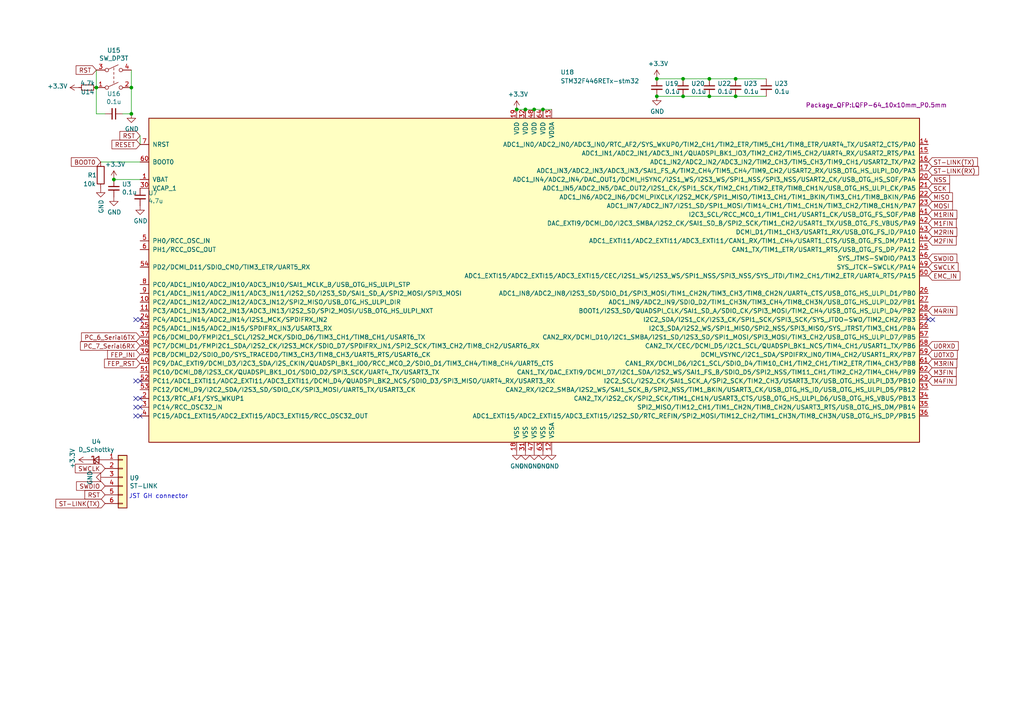
<source format=kicad_sch>
(kicad_sch (version 20230121) (generator eeschema)
  (paper "A4")
  (lib_symbols
    (symbol "Connector_Generic:Conn_01x06" (pin_names (offset 1.016) hide)
      (property "Reference" "J" (at 0 7.62 0))
      (property "Value" "Conn_01x06" (at 0 -10.16 0))
      (symbol "Conn_01x06_1_1"
        (rectangle (start -1.27 -7.493) (end 0 -7.747) (stroke (width 0.1524)))
        (rectangle (start -1.27 -4.953) (end 0 -5.207) (stroke (width 0.1524)))
        (rectangle (start -1.27 -2.413) (end 0 -2.667) (stroke (width 0.1524)))
        (rectangle (start -1.27 0.127) (end 0 -0.127) (stroke (width 0.1524)))
        (rectangle (start -1.27 2.667) (end 0 2.413) (stroke (width 0.1524)))
        (rectangle (start -1.27 5.207) (end 0 4.953) (stroke (width 0.1524)))
        (rectangle (start -1.27 6.35) (end 1.27 -8.89) (stroke (width 0.254)) (fill (type background)))
        (pin passive line (at -5.08 5.08 0) (length 3.81) (name "Pin_1") (number "1"))
        (pin passive line (at -5.08 2.54 0) (length 3.81) (name "Pin_2") (number "2"))
        (pin passive line (at -5.08 0 0) (length 3.81) (name "Pin_3") (number "3"))
        (pin passive line (at -5.08 -2.54 0) (length 3.81) (name "Pin_4") (number "4"))
        (pin passive line (at -5.08 -5.08 0) (length 3.81) (name "Pin_5") (number "5"))
        (pin passive line (at -5.08 -7.62 0) (length 3.81) (name "Pin_6") (number "6"))
      )
    )
    (symbol "Device:C_Small" (pin_numbers hide) (pin_names (offset 0.254) hide)
      (property "Reference" "C" (at 0.254 1.778 0))
      (property "Value" "C_Small" (at 0.254 -2.032 0))
      (symbol "C_Small_0_1"
        (polyline (pts (xy -1.524 -0.508) (xy 1.524 -0.508)) (stroke (width 0.3302)))
        (polyline (pts (xy -1.524 0.508) (xy 1.524 0.508)) (stroke (width 0.3048)))
      )
      (symbol "C_Small_1_1"
        (pin passive line (at 0 2.54 270) (length 2.032) (name "~") (number "1"))
        (pin passive line (at 0 -2.54 90) (length 2.032) (name "~") (number "2"))
      )
    )
    (symbol "Device:D_Schottky_Small" (pin_numbers hide) (pin_names (offset 0.254) hide)
      (property "Reference" "D" (at -1.27 2.032 0))
      (property "Value" "D_Schottky_Small" (at -7.112 -2.032 0))
      (symbol "D_Schottky_Small_0_1"
        (polyline (pts (xy -0.762 0) (xy 0.762 0)))
        (polyline (pts (xy 0.762 -1.016) (xy -0.762 0) (xy 0.762 1.016) (xy 0.762 -1.016)) (stroke (width 0.254)))
        (polyline (pts (xy -1.27 0.762) (xy -1.27 1.016) (xy -0.762 1.016) (xy -0.762 -1.016) (xy -0.254 -1.016) (xy -0.254 -0.762)) (stroke (width 0.254)))
      )
      (symbol "D_Schottky_Small_1_1"
        (pin passive line (at -2.54 0 0) (length 1.778) (name "K") (number "1"))
        (pin passive line (at 2.54 0 180) (length 1.778) (name "A") (number "2"))
      )
    )
    (symbol "Device:R" (pin_numbers hide) (pin_names (offset 0))
      (property "Reference" "R" (at 2.032 0 90))
      (property "Value" "R" (at 0 0 90))
      (symbol "R_0_1"
        (rectangle (start -1.016 -2.54) (end 1.016 2.54) (stroke (width 0.254)))
      )
      (symbol "R_1_1"
        (pin passive line (at 0 3.81 270) (length 1.27) (name "~") (number "1"))
        (pin passive line (at 0 -3.81 90) (length 1.27) (name "~") (number "2"))
      )
    )
    (symbol "Device:R_Small" (pin_numbers hide) (pin_names (offset 0.254) hide)
      (property "Reference" "R" (at 0.762 0.508 0))
      (property "Value" "R_Small" (at 0.762 -1.016 0))
      (symbol "R_Small_0_1"
        (rectangle (start -0.762 1.778) (end 0.762 -1.778) (stroke (width 0.2032)))
      )
      (symbol "R_Small_1_1"
        (pin passive line (at 0 2.54 270) (length 0.762) (name "~") (number "1"))
        (pin passive line (at 0 -2.54 90) (length 0.762) (name "~") (number "2"))
      )
    )
    (symbol "Switch:SW_DPST" (pin_names (offset 0) hide)
      (property "Reference" "SW" (at 0 5.08 0))
      (property "Value" "SW_DPST" (at 0 -5.08 0))
      (symbol "SW_DPST_0_0"
        (circle (center -2.032 -2.54) (radius 0.508))
        (circle (center -2.032 2.54) (radius 0.508))
        (polyline (pts (xy -1.524 -2.286) (xy 1.27 -1.016)))
        (polyline (pts (xy -1.524 2.794) (xy 1.27 4.064)))
        (polyline (pts (xy 0 -1.27) (xy 0 -0.635)))
        (polyline (pts (xy 0 0) (xy 0 0.635)))
        (polyline (pts (xy 0 1.27) (xy 0 1.905)))
        (polyline (pts (xy 0 2.54) (xy 0 3.175)))
        (circle (center 2.032 -2.54) (radius 0.508))
        (circle (center 2.032 2.54) (radius 0.508))
      )
      (symbol "SW_DPST_1_1"
        (pin passive line (at -5.08 -2.54 0) (length 2.54) (name "1") (number "1"))
        (pin passive line (at 5.08 -2.54 180) (length 2.54) (name "2") (number "2"))
        (pin passive line (at -5.08 2.54 0) (length 2.54) (name "3") (number "3"))
        (pin passive line (at 5.08 2.54 180) (length 2.54) (name "4") (number "4"))
      )
    )
    (symbol "Symbol_nishi:STM32F446RETx-stm32" (pin_names (offset 1.016))
      (property "Reference" "U" (at -111.76 48.895 0))
      (property "Value" "STM32F446RETx-stm32" (at 111.76 48.895 0))
      (property "Footprint" "LQFP64" (at 111.76 47.625 0))
      (symbol "STM32F446RETx-stm32_0_1"
        (rectangle (start -111.76 -45.72) (end 111.76 48.26) (stroke (width 0.254)) (fill (type background)))
      )
      (symbol "STM32F446RETx-stm32_1_1"
        (pin power_in line (at -114.3 30.48 0) (length 2.54) (name "VBAT") (number "1"))
        (pin bidirectional line (at -114.3 -5.08 0) (length 2.54) (name "PC2/ADC1_IN12/ADC2_IN12/ADC3_IN12/SPI2_MISO/USB_OTG_HS_ULPI_DIR") (number "10"))
        (pin bidirectional line (at -114.3 -7.62 0) (length 2.54) (name "PC3/ADC1_IN13/ADC2_IN13/ADC3_IN13/I2S2_SD/SPI2_MOSI/USB_OTG_HS_ULPI_NXT") (number "11"))
        (pin power_in line (at 5.08 -48.26 90) (length 2.54) (name "VSSA") (number "12"))
        (pin power_in line (at 5.08 50.8 270) (length 2.54) (name "VDDA") (number "13"))
        (pin bidirectional line (at 114.3 40.64 180) (length 2.54) (name "ADC1_IN0/ADC2_IN0/ADC3_IN0/RTC_AF2/SYS_WKUP0/TIM2_CH1/TIM2_ETR/TIM5_CH1/TIM8_ETR/UART4_TX/USART2_CTS/PA0") (number "14"))
        (pin bidirectional line (at 114.3 38.1 180) (length 2.54) (name "ADC1_IN1/ADC2_IN1/ADC3_IN1/QUADSPI_BK1_IO3/TIM2_CH2/TIM5_CH2/UART4_RX/USART2_RTS/PA1") (number "15"))
        (pin bidirectional line (at 114.3 35.56 180) (length 2.54) (name "ADC1_IN2/ADC2_IN2/ADC3_IN2/TIM2_CH3/TIM5_CH3/TIM9_CH1/USART2_TX/PA2") (number "16"))
        (pin bidirectional line (at 114.3 33.02 180) (length 2.54) (name "ADC1_IN3/ADC2_IN3/ADC3_IN3/SAI1_FS_A/TIM2_CH4/TIM5_CH4/TIM9_CH2/USART2_RX/USB_OTG_HS_ULPI_D0/PA3") (number "17"))
        (pin power_in line (at -5.08 -48.26 90) (length 2.54) (name "VSS") (number "18"))
        (pin power_in line (at -5.08 50.8 270) (length 2.54) (name "VDD") (number "19"))
        (pin bidirectional line (at -114.3 -33.02 0) (length 2.54) (name "PC13/RTC_AF1/SYS_WKUP1") (number "2"))
        (pin bidirectional line (at 114.3 30.48 180) (length 2.54) (name "ADC1_IN4/ADC2_IN4/DAC_OUT1/DCMI_HSYNC/I2S1_WS/I2S3_WS/SPI1_NSS/SPI3_NSS/USART2_CK/USB_OTG_HS_SOF/PA4") (number "20"))
        (pin bidirectional line (at 114.3 27.94 180) (length 2.54) (name "ADC1_IN5/ADC2_IN5/DAC_OUT2/I2S1_CK/SPI1_SCK/TIM2_CH1/TIM2_ETR/TIM8_CH1N/USB_OTG_HS_ULPI_CK/PA5") (number "21"))
        (pin bidirectional line (at 114.3 25.4 180) (length 2.54) (name "ADC1_IN6/ADC2_IN6/DCMI_PIXCLK/I2S2_MCK/SPI1_MISO/TIM13_CH1/TIM1_BKIN/TIM3_CH1/TIM8_BKIN/PA6") (number "22"))
        (pin bidirectional line (at 114.3 22.86 180) (length 2.54) (name "ADC1_IN7/ADC2_IN7/I2S1_SD/SPI1_MOSI/TIM14_CH1/TIM1_CH1N/TIM3_CH2/TIM8_CH1N/PA7") (number "23"))
        (pin bidirectional line (at -114.3 -10.16 0) (length 2.54) (name "PC4/ADC1_IN14/ADC2_IN14/I2S1_MCK/SPDIFRX_IN2") (number "24"))
        (pin bidirectional line (at -114.3 -12.7 0) (length 2.54) (name "PC5/ADC1_IN15/ADC2_IN15/SPDIFRX_IN3/USART3_RX") (number "25"))
        (pin bidirectional line (at 114.3 -2.54 180) (length 2.54) (name "ADC1_IN8/ADC2_IN8/I2S3_SD/SDIO_D1/SPI3_MOSI/TIM1_CH2N/TIM3_CH3/TIM8_CH2N/UART4_CTS/USB_OTG_HS_ULPI_D1/PB0") (number "26"))
        (pin bidirectional line (at 114.3 -5.08 180) (length 2.54) (name "ADC1_IN9/ADC2_IN9/SDIO_D2/TIM1_CH3N/TIM3_CH4/TIM8_CH3N/USB_OTG_HS_ULPI_D2/PB1") (number "27"))
        (pin bidirectional line (at 114.3 -7.62 180) (length 2.54) (name "BOOT1/I2S3_SD/QUADSPI_CLK/SAI1_SD_A/SDIO_CK/SPI3_MOSI/TIM2_CH4/USB_OTG_HS_ULPI_D4/PB2") (number "28"))
        (pin bidirectional line (at 114.3 -27.94 180) (length 2.54) (name "I2C2_SCL/I2S2_CK/SAI1_SCK_A/SPI2_SCK/TIM2_CH3/USART3_TX/USB_OTG_HS_ULPI_D3/PB10") (number "29"))
        (pin bidirectional line (at -114.3 -35.56 0) (length 2.54) (name "PC14/RCC_OSC32_IN") (number "3"))
        (pin power_in line (at -114.3 27.94 0) (length 2.54) (name "VCAP_1") (number "30"))
        (pin power_in line (at -2.54 -48.26 90) (length 2.54) (name "VSS") (number "31"))
        (pin power_in line (at -2.54 50.8 270) (length 2.54) (name "VDD") (number "32"))
        (pin bidirectional line (at 114.3 -30.48 180) (length 2.54) (name "CAN2_RX/I2C2_SMBA/I2S2_WS/SAI1_SCK_B/SPI2_NSS/TIM1_BKIN/USART3_CK/USB_OTG_HS_ID/USB_OTG_HS_ULPI_D5/PB12") (number "33"))
        (pin bidirectional line (at 114.3 -33.02 180) (length 2.54) (name "CAN2_TX/I2S2_CK/SPI2_SCK/TIM1_CH1N/USART3_CTS/USB_OTG_HS_ULPI_D6/USB_OTG_HS_VBUS/PB13") (number "34"))
        (pin bidirectional line (at 114.3 -35.56 180) (length 2.54) (name "SPI2_MISO/TIM12_CH1/TIM1_CH2N/TIM8_CH2N/USART3_RTS/USB_OTG_HS_DM/PB14") (number "35"))
        (pin bidirectional line (at 114.3 -38.1 180) (length 2.54) (name "ADC1_EXTI15/ADC2_EXTI15/ADC3_EXTI15/I2S2_SD/RTC_REFIN/SPI2_MOSI/TIM12_CH2/TIM1_CH3N/TIM8_CH3N/USB_OTG_HS_DP/PB15") (number "36"))
        (pin bidirectional line (at -114.3 -15.24 0) (length 2.54) (name "PC6/DCMI_D0/FMPI2C1_SCL/I2S2_MCK/SDIO_D6/TIM3_CH1/TIM8_CH1/USART6_TX") (number "37"))
        (pin bidirectional line (at -114.3 -17.78 0) (length 2.54) (name "PC7/DCMI_D1/FMPI2C1_SDA/I2S2_CK/I2S3_MCK/SDIO_D7/SPDIFRX_IN1/SPI2_SCK/TIM3_CH2/TIM8_CH2/USART6_RX") (number "38"))
        (pin bidirectional line (at -114.3 -20.32 0) (length 2.54) (name "PC8/DCMI_D2/SDIO_D0/SYS_TRACED0/TIM3_CH3/TIM8_CH3/UART5_RTS/USART6_CK") (number "39"))
        (pin bidirectional line (at -114.3 -38.1 0) (length 2.54) (name "PC15/ADC1_EXTI15/ADC2_EXTI15/ADC3_EXTI15/RCC_OSC32_OUT") (number "4"))
        (pin bidirectional line (at -114.3 -22.86 0) (length 2.54) (name "PC9/DAC_EXTI9/DCMI_D3/I2C3_SDA/I2S_CKIN/QUADSPI_BK1_IO0/RCC_MCO_2/SDIO_D1/TIM3_CH4/TIM8_CH4/UART5_CTS") (number "40"))
        (pin bidirectional line (at 114.3 20.32 180) (length 2.54) (name "I2C3_SCL/RCC_MCO_1/TIM1_CH1/USART1_CK/USB_OTG_FS_SOF/PA8") (number "41"))
        (pin bidirectional line (at 114.3 17.78 180) (length 2.54) (name "DAC_EXTI9/DCMI_D0/I2C3_SMBA/I2S2_CK/SAI1_SD_B/SPI2_SCK/TIM1_CH2/USART1_TX/USB_OTG_FS_VBUS/PA9") (number "42"))
        (pin bidirectional line (at 114.3 15.24 180) (length 2.54) (name "DCMI_D1/TIM1_CH3/USART1_RX/USB_OTG_FS_ID/PA10") (number "43"))
        (pin bidirectional line (at 114.3 12.7 180) (length 2.54) (name "ADC1_EXTI11/ADC2_EXTI11/ADC3_EXTI11/CAN1_RX/TIM1_CH4/USART1_CTS/USB_OTG_FS_DM/PA11") (number "44"))
        (pin bidirectional line (at 114.3 10.16 180) (length 2.54) (name "CAN1_TX/TIM1_ETR/USART1_RTS/USB_OTG_FS_DP/PA12") (number "45"))
        (pin bidirectional line (at 114.3 7.62 180) (length 2.54) (name "SYS_JTMS-SWDIO/PA13") (number "46"))
        (pin power_in line (at 0 -48.26 90) (length 2.54) (name "VSS") (number "47"))
        (pin power_in line (at 0 50.8 270) (length 2.54) (name "VDD") (number "48"))
        (pin bidirectional line (at 114.3 5.08 180) (length 2.54) (name "SYS_JTCK-SWCLK/PA14") (number "49"))
        (pin input line (at -114.3 12.7 0) (length 2.54) (name "PH0/RCC_OSC_IN") (number "5"))
        (pin bidirectional line (at 114.3 2.54 180) (length 2.54) (name "ADC1_EXTI15/ADC2_EXTI15/ADC3_EXTI15/CEC/I2S1_WS/I2S3_WS/SPI1_NSS/SPI3_NSS/SYS_JTDI/TIM2_CH1/TIM2_ETR/UART4_RTS/PA15") (number "50"))
        (pin bidirectional line (at -114.3 -25.4 0) (length 2.54) (name "PC10/DCMI_D8/I2S3_CK/QUADSPI_BK1_IO1/SDIO_D2/SPI3_SCK/UART4_TX/USART3_TX") (number "51"))
        (pin bidirectional line (at -114.3 -27.94 0) (length 2.54) (name "PC11/ADC1_EXTI11/ADC2_EXTI11/ADC3_EXTI11/DCMI_D4/QUADSPI_BK2_NCS/SDIO_D3/SPI3_MISO/UART4_RX/USART3_RX") (number "52"))
        (pin bidirectional line (at -114.3 -30.48 0) (length 2.54) (name "PC12/DCMI_D9/I2C2_SDA/I2S3_SD/SDIO_CK/SPI3_MOSI/UART5_TX/USART3_CK") (number "53"))
        (pin bidirectional line (at -114.3 5.08 0) (length 2.54) (name "PD2/DCMI_D11/SDIO_CMD/TIM3_ETR/UART5_RX") (number "54"))
        (pin bidirectional line (at 114.3 -10.16 180) (length 2.54) (name "I2C2_SDA/I2S1_CK/I2S3_CK/SPI1_SCK/SPI3_SCK/SYS_JTDO-SWO/TIM2_CH2/PB3") (number "55"))
        (pin bidirectional line (at 114.3 -12.7 180) (length 2.54) (name "I2C3_SDA/I2S2_WS/SPI1_MISO/SPI2_NSS/SPI3_MISO/SYS_JTRST/TIM3_CH1/PB4") (number "56"))
        (pin bidirectional line (at 114.3 -15.24 180) (length 2.54) (name "CAN2_RX/DCMI_D10/I2C1_SMBA/I2S1_SD/I2S3_SD/SPI1_MOSI/SPI3_MOSI/TIM3_CH2/USB_OTG_HS_ULPI_D7/PB5") (number "57"))
        (pin bidirectional line (at 114.3 -17.78 180) (length 2.54) (name "CAN2_TX/CEC/DCMI_D5/I2C1_SCL/QUADSPI_BK1_NCS/TIM4_CH1/USART1_TX/PB6") (number "58"))
        (pin bidirectional line (at 114.3 -20.32 180) (length 2.54) (name "DCMI_VSYNC/I2C1_SDA/SPDIFRX_IN0/TIM4_CH2/USART1_RX/PB7") (number "59"))
        (pin input line (at -114.3 10.16 0) (length 2.54) (name "PH1/RCC_OSC_OUT") (number "6"))
        (pin input line (at -114.3 35.56 0) (length 2.54) (name "BOOT0") (number "60"))
        (pin bidirectional line (at 114.3 -22.86 180) (length 2.54) (name "CAN1_RX/DCMI_D6/I2C1_SCL/SDIO_D4/TIM10_CH1/TIM2_CH1/TIM2_ETR/TIM4_CH3/PB8") (number "61"))
        (pin bidirectional line (at 114.3 -25.4 180) (length 2.54) (name "CAN1_TX/DAC_EXTI9/DCMI_D7/I2C1_SDA/I2S2_WS/SAI1_FS_B/SDIO_D5/SPI2_NSS/TIM11_CH1/TIM2_CH2/TIM4_CH4/PB9") (number "62"))
        (pin power_in line (at 2.54 -48.26 90) (length 2.54) (name "VSS") (number "63"))
        (pin power_in line (at 2.54 50.8 270) (length 2.54) (name "VDD") (number "64"))
        (pin input line (at -114.3 40.64 0) (length 2.54) (name "NRST") (number "7"))
        (pin bidirectional line (at -114.3 0 0) (length 2.54) (name "PC0/ADC1_IN10/ADC2_IN10/ADC3_IN10/SAI1_MCLK_B/USB_OTG_HS_ULPI_STP") (number "8"))
        (pin bidirectional line (at -114.3 -2.54 0) (length 2.54) (name "PC1/ADC1_IN11/ADC2_IN11/ADC3_IN11/I2S2_SD/I2S3_SD/SAI1_SD_A/SPI2_MOSI/SPI3_MOSI") (number "9"))
      )
    )
    (symbol "power:+3.3V" (power) (pin_names (offset 0))
      (property "Value" "+3.3V" (at 0 3.556 0))
      (symbol "+3.3V_0_1"
        (polyline (pts (xy -0.762 1.27) (xy 0 2.54)))
        (polyline (pts (xy 0 0) (xy 0 2.54)))
        (polyline (pts (xy 0 2.54) (xy 0.762 1.27)))
      )
      (symbol "+3.3V_1_1"
        (pin power_in line (at 0 0 90) (length 0) hide (name "+3.3V") (number "1"))
      )
    )
    (symbol "power:GND" (power) (pin_names (offset 0))
      (property "Value" "GND" (at 0 -3.81 0))
      (symbol "GND_0_1"
        (polyline (pts (xy 0 0) (xy 0 -1.27) (xy 1.27 -1.27) (xy 0 -2.54) (xy -1.27 -1.27) (xy 0 -1.27)))
      )
      (symbol "GND_1_1"
        (pin power_in line (at 0 0 270) (length 0) hide (name "GND") (number "1"))
      )
    )
  )
  (junction (at 27.94 25.4))
  (junction (at 157.48 31.75))
  (junction (at 190.5 22.86))
  (junction (at 198.12 27.94))
  (junction (at 198.12 22.86))
  (junction (at 38.1 25.4))
  (junction (at 190.5 27.94))
  (junction (at 152.4 31.75))
  (junction (at 205.74 22.86))
  (junction (at 33.02 52.07))
  (junction (at 149.86 31.75))
  (junction (at 205.74 27.94))
  (junction (at 38.1 33.02))
  (junction (at 213.36 22.86))
  (junction (at 154.94 31.75))
  (junction (at 213.36 27.94))
  (no_connect (at 40.64 118.11))
  (no_connect (at 39.37 120.65))
  (no_connect (at 270.51 92.71))
  (no_connect (at 39.37 110.49))
  (no_connect (at 39.37 92.71))
  (no_connect (at 40.64 115.57))
  (no_connect (at 40.64 92.71))
  (no_connect (at 40.64 110.49))
  (no_connect (at 39.37 115.57))
  (no_connect (at 40.64 120.65))
  (no_connect (at 269.24 92.71))
  (no_connect (at 39.37 118.11))
  (wire (pts (xy 27.94 33.02) (xy 30.48 33.02)))
  (wire (pts (xy 38.1 33.02) (xy 35.56 33.02)))
  (wire (pts (xy 213.36 22.86) (xy 205.74 22.86)))
  (wire (pts (xy 213.36 27.94) (xy 205.74 27.94)))
  (wire (pts (xy 213.36 27.94) (xy 222.25 27.94)))
  (wire (pts (xy 149.86 31.75) (xy 152.4 31.75)))
  (wire (pts (xy 38.1 25.4) (xy 38.1 33.02)))
  (wire (pts (xy 40.64 39.37) (xy 40.64 41.91)))
  (wire (pts (xy 190.5 27.94) (xy 198.12 27.94)))
  (wire (pts (xy 198.12 22.86) (xy 205.74 22.86)))
  (wire (pts (xy 198.12 27.94) (xy 205.74 27.94)))
  (wire (pts (xy 27.94 25.4) (xy 27.94 33.02)))
  (wire (pts (xy 27.94 20.32) (xy 27.94 25.4)))
  (wire (pts (xy 152.4 31.75) (xy 154.94 31.75)))
  (wire (pts (xy 157.48 31.75) (xy 160.02 31.75)))
  (wire (pts (xy 40.64 52.07) (xy 33.02 52.07)))
  (wire (pts (xy 38.1 20.32) (xy 38.1 25.4)))
  (wire (pts (xy 213.36 22.86) (xy 222.25 22.86)))
  (wire (pts (xy 190.5 22.86) (xy 198.12 22.86)))
  (wire (pts (xy 154.94 31.75) (xy 157.48 31.75)))
  (wire (pts (xy 29.21 46.99) (xy 40.64 46.99)))
  (text "JST GH connector" (at 54.61 144.78 0) (effects (font (size 1.27 1.27)) (justify right bottom)))
  (global_label "M4FIN" (shape input) (at 269.24 110.49 0) (property "Intersheetrefs" "${INTERSHEET_REFS}" (effects hide)))
  (global_label "U0RXD" (shape input) (at 269.24 100.33 0) (property "Intersheetrefs" "${INTERSHEET_REFS}" (effects hide)))
  (global_label "RST" (shape input) (at 40.64 39.37 180) (property "Intersheetrefs" "${INTERSHEET_REFS}" (effects hide)))
  (global_label "ST-LINK(RX)" (shape input) (at 269.24 49.53 0) (property "Intersheetrefs" "${INTERSHEET_REFS}" (effects hide)))
  (global_label "MOSI" (shape input) (at 269.24 59.69 0) (property "Intersheetrefs" "${INTERSHEET_REFS}" (effects hide)))
  (global_label "ST-LINK(TX)" (shape input) (at 269.24 46.99 0) (property "Intersheetrefs" "${INTERSHEET_REFS}" (effects hide)))
  (global_label "M3RIN" (shape input) (at 269.24 105.41 0) (property "Intersheetrefs" "${INTERSHEET_REFS}" (effects hide)))
  (global_label "PC_6_Serial6TX" (shape input) (at 40.64 97.79 180) (property "Intersheetrefs" "${INTERSHEET_REFS}" (effects hide)) (property "シート間のリファレンス" "${INTERSHEET_REFS}" (effects hide)))
  (global_label "SWDIO" (shape input) (at 269.24 74.93 0) (property "Intersheetrefs" "${INTERSHEET_REFS}" (effects hide)))
  (global_label "M4RIN" (shape input) (at 269.24 90.17 0) (property "Intersheetrefs" "${INTERSHEET_REFS}" (effects hide)))
  (global_label "RST" (shape input) (at 27.94 20.32 180) (property "Intersheetrefs" "${INTERSHEET_REFS}" (effects hide)))
  (global_label "M1RIN" (shape input) (at 269.24 62.23 0) (property "Intersheetrefs" "${INTERSHEET_REFS}" (effects hide)))
  (global_label "NSS" (shape input) (at 269.24 52.07 0) (property "Intersheetrefs" "${INTERSHEET_REFS}" (effects hide)))
  (global_label "ST-LINK(TX)" (shape input) (at 30.48 146.05 180) (property "Intersheetrefs" "${INTERSHEET_REFS}" (effects hide)))
  (global_label "FEP_RST" (shape input) (at 40.64 105.41 180) (property "Intersheetrefs" "${INTERSHEET_REFS}" (effects hide)))
  (global_label "SWCLK" (shape input) (at 269.24 77.47 0) (property "Intersheetrefs" "${INTERSHEET_REFS}" (effects hide)))
  (global_label "M1FIN" (shape input) (at 269.24 64.77 0) (property "Intersheetrefs" "${INTERSHEET_REFS}" (effects hide)))
  (global_label "M2RIN" (shape input) (at 269.24 67.31 0) (property "Intersheetrefs" "${INTERSHEET_REFS}" (effects hide)))
  (global_label "MISO" (shape input) (at 269.24 57.15 0) (property "Intersheetrefs" "${INTERSHEET_REFS}" (effects hide)))
  (global_label "SCK" (shape input) (at 269.24 54.61 0) (property "Intersheetrefs" "${INTERSHEET_REFS}" (effects hide)))
  (global_label "M3FIN" (shape input) (at 269.24 107.95 0) (property "Intersheetrefs" "${INTERSHEET_REFS}" (effects hide)))
  (global_label "RESET" (shape input) (at 40.64 41.91 180) (property "Intersheetrefs" "${INTERSHEET_REFS}" (effects hide)))
  (global_label "SWDIO" (shape input) (at 30.48 140.97 180) (property "Intersheetrefs" "${INTERSHEET_REFS}" (effects hide)))
  (global_label "U0TXD" (shape input) (at 269.24 102.87 0) (property "Intersheetrefs" "${INTERSHEET_REFS}" (effects hide)))
  (global_label "FEP_INI" (shape input) (at 40.64 102.87 180) (property "Intersheetrefs" "${INTERSHEET_REFS}" (effects hide)))
  (global_label "BOOT0" (shape input) (at 29.21 46.99 180) (property "Intersheetrefs" "${INTERSHEET_REFS}" (effects hide)))
  (global_label "PC_7_Serial6RX" (shape input) (at 40.64 100.33 180) (property "Intersheetrefs" "${INTERSHEET_REFS}" (effects hide)) (property "シート間のリファレンス" "${INTERSHEET_REFS}" (effects hide)))
  (global_label "RST" (shape input) (at 30.48 143.51 180) (property "Intersheetrefs" "${INTERSHEET_REFS}" (effects hide)))
  (global_label "SWCLK" (shape input) (at 30.48 135.89 180) (property "Intersheetrefs" "${INTERSHEET_REFS}" (effects hide)))
  (global_label "EMC_IN" (shape input) (at 269.24 80.01 0) (property "Intersheetrefs" "${INTERSHEET_REFS}" (effects hide)))
  (global_label "M2FIN" (shape input) (at 269.24 69.85 0) (property "Intersheetrefs" "${INTERSHEET_REFS}" (effects hide)))
  (symbol (lib_id "Switch:SW_DPST") (at 33.02 22.86 0) (unit 1)
    (property "Reference" "U15" (at 33.02 14.605 0))
    (property "Value" "SW_DP3T" (at 33.02 16.9164 0))
    (property "Footprint" "Footprint_nishi:tact_sw_smd_skrpabe10" (effects hide))
    (instances (project "YAMADAmain_correct" (path "" (reference "U15") (unit 1)) (path "" (reference "U10") (unit 1))) (project "M3rd_main_board" (path "" (reference "U5") (unit 1)) (path "" (reference "U18") (unit 1))))
  )
  (symbol (lib_id "power:GND") (at 152.4 130.81 0) (unit 1)
    (property "Reference" "#PWR029" (effects hide))
    (property "Value" "GND" (at 152.527 135.2042 0))
    (instances (project "YAMADAmain_correct" (path "" (reference "#PWR029") (unit 1)) (path "" (reference "#PWR030") (unit 1))) (project "M3rd_main_board" (path "" (reference "#PWR017") (unit 1)) (path "" (reference "#PWR053") (unit 1))))
  )
  (symbol (lib_id "power:+3.3V") (at 22.86 25.4 90) (unit 1)
    (property "Reference" "#PWR015" (effects hide))
    (property "Value" "+3.3V" (at 19.6088 25.019 90) (effects (justify left)))
    (instances (project "YAMADAmain_correct" (path "" (reference "#PWR015") (unit 1)) (path "" (reference "#PWR020") (unit 1))) (project "M3rd_main_board" (path "" (reference "#PWR01") (unit 1)) (path "" (reference "#PWR047") (unit 1))))
  )
  (symbol (lib_id "power:+3.3V") (at 190.5 22.86 0) (unit 1)
    (property "Reference" "#PWR034" (effects hide))
    (property "Value" "+3.3V" (at 190.881 18.4658 0))
    (instances (project "YAMADAmain_correct" (path "" (reference "#PWR034") (unit 1)) (path "" (reference "#PWR034") (unit 1))) (project "M3rd_main_board" (path "" (reference "#PWR025") (unit 1)) (path "" (reference "#PWR058") (unit 1))))
  )
  (symbol (lib_id "Device:C_Small") (at 213.36 25.4 0) (unit 1)
    (property "Reference" "U23" (at 215.6968 24.2316 0) (effects (justify left)))
    (property "Value" "0.1u" (at 215.6968 26.543 0) (effects (justify left)))
    (property "Footprint" "Footprint_nishi:C_0805_2012" (effects hide))
    (instances (project "YAMADAmain_correct" (path "" (reference "U23") (unit 1)) (path "" (reference "U21") (unit 1))) (project "M3rd_main_board" (path "" (reference "U16") (unit 1)) (path "" (reference "U27") (unit 1))))
  )
  (symbol (lib_id "power:GND") (at 154.94 130.81 0) (unit 1)
    (property "Reference" "#PWR030" (effects hide))
    (property "Value" "GND" (at 155.067 135.2042 0))
    (instances (project "YAMADAmain_correct" (path "" (reference "#PWR030") (unit 1)) (path "" (reference "#PWR031") (unit 1))) (project "M3rd_main_board" (path "" (reference "#PWR018") (unit 1)) (path "" (reference "#PWR054") (unit 1))))
  )
  (symbol (lib_id "power:GND") (at 190.5 27.94 0) (unit 1)
    (property "Reference" "#PWR036" (effects hide))
    (property "Value" "GND" (at 190.627 32.3342 0))
    (instances (project "YAMADAmain_correct" (path "" (reference "#PWR036") (unit 1)) (path "" (reference "#PWR035") (unit 1))) (project "M3rd_main_board" (path "" (reference "#PWR026") (unit 1)) (path "" (reference "#PWR059") (unit 1))))
  )
  (symbol (lib_id "power:GND") (at 38.1 33.02 0) (unit 1)
    (property "Reference" "#PWR018" (effects hide))
    (property "Value" "GND" (at 38.227 37.4142 0))
    (instances (project "YAMADAmain_correct" (path "" (reference "#PWR018") (unit 1)) (path "" (reference "#PWR026") (unit 1))) (project "M3rd_main_board" (path "" (reference "#PWR02") (unit 1)) (path "" (reference "#PWR048") (unit 1))))
  )
  (symbol (lib_id "power:+3.3V") (at 149.86 31.75 0) (unit 1)
    (property "Reference" "#PWR025" (effects hide))
    (property "Value" "+3.3V" (at 150.241 27.3558 0))
    (instances (project "YAMADAmain_correct" (path "" (reference "#PWR025") (unit 1)) (path "" (reference "#PWR028") (unit 1))) (project "M3rd_main_board" (path "" (reference "#PWR014") (unit 1)) (path "" (reference "#PWR050") (unit 1))))
  )
  (symbol (lib_id "power:GND") (at 157.48 130.81 0) (unit 1)
    (property "Reference" "#PWR031" (effects hide))
    (property "Value" "GND" (at 157.607 135.2042 0))
    (instances (project "YAMADAmain_correct" (path "" (reference "#PWR031") (unit 1)) (path "" (reference "#PWR032") (unit 1))) (project "M3rd_main_board" (path "" (reference "#PWR019") (unit 1)) (path "" (reference "#PWR055") (unit 1))))
  )
  (symbol (lib_id "Device:C_Small") (at 33.02 33.02 270) (unit 1)
    (property "Reference" "U16" (at 33.02 27.2034 90))
    (property "Value" "0.1u" (at 33.02 29.5148 90))
    (property "Footprint" "Footprint_nishi:C_0805_2012" (effects hide))
    (instances (project "YAMADAmain_correct" (path "" (reference "U16") (unit 1)) (path "" (reference "U11") (unit 1))) (project "M3rd_main_board" (path "" (reference "U6") (unit 1)) (path "" (reference "U19") (unit 1))))
  )
  (symbol (lib_id "Device:C_Small") (at 40.64 57.15 0) (unit 1)
    (property "Reference" "U7" (at 42.9768 55.9816 0) (effects (justify left)))
    (property "Value" "4.7u" (at 42.9768 58.293 0) (effects (justify left)))
    (property "Footprint" "Footprint_nishi:C_0805_2012" (effects hide))
    (instances (project "YAMADAmain_correct" (path "" (reference "U7") (unit 1)) (path "" (reference "U15") (unit 1))) (project "M3rd_main_board" (path "" (reference "U9") (unit 1)) (path "" (reference "U10") (unit 1))))
  )
  (symbol (lib_id "Device:D_Schottky_Small") (at 27.94 133.35 0) (unit 1)
    (property "Reference" "U4" (at 27.94 128.0922 0))
    (property "Value" "D_Schottky" (at 27.94 130.4036 0))
    (property "Footprint" "Footprint_nishi:smd_diode_SOD-323_HandSoldering_cus10f30" (effects hide))
    (instances (project "YAMADAmain_correct" (path "" (reference "U4") (unit 1)) (path "" (reference "U9") (unit 1))) (project "M3rd_main_board" (path "" (reference "U2") (unit 1)) (path "" (reference "U8") (unit 1))))
  )
  (symbol (lib_id "power:+3.3V") (at 25.4 133.35 90) (unit 1)
    (property "Reference" "#PWR034" (effects hide))
    (property "Value" "+3.3V" (at 21.0058 132.969 0))
    (instances (project "YAMADAmain_correct" (path "" (reference "#PWR034") (unit 1)) (path "" (reference "#PWR021") (unit 1))) (project "M3rd_main_board" (path "" (reference "#PWR025") (unit 1)) (path "" (reference "#PWR058") (unit 1))))
  )
  (symbol (lib_id "Symbol_nishi:STM32F446RETx-stm32") (at 154.94 82.55 0) (unit 1)
    (property "Reference" "U18" (at 162.56 20.955 0) (effects (justify left)))
    (property "Value" "STM32F446RETx-stm32" (at 162.56 23.495 0) (effects (justify left)))
    (property "Footprint" "Package_QFP:LQFP-64_10x10mm_P0.5mm" (at 233.68 30.48 0) (effects (justify left)))
    (instances (project "YAMADAmain_correct" (path "" (reference "U18") (unit 1)) (path "" (reference "U16") (unit 1))) (project "M3rd_main_board" (path "" (reference "U11") (unit 1)) (path "" (reference "U21") (unit 1))))
  )
  (symbol (lib_id "Connector_Generic:Conn_01x06") (at 35.56 138.43 0) (unit 1)
    (property "Reference" "U9" (at 37.592 138.6332 0) (effects (justify left)))
    (property "Value" "ST-LINK" (at 37.592 140.9446 0) (effects (justify left)))
    (property "Footprint" "Connector_JST:JST_GH_SM06B-GHS-TB_1x06-1MP_P1.25mm_Horizontal" (effects hide))
    (instances (project "YAMADAmain_correct" (path "" (reference "U9") (unit 1)) (path "" (reference "U13") (unit 1))) (project "M3rd_main_board" (path "" (reference "U3") (unit 1)) (path "" (reference "U12") (unit 1))))
  )
  (symbol (lib_id "Device:R_Small") (at 25.4 25.4 90) (unit 1)
    (property "Reference" "U14" (at 25.4 26.67 90))
    (property "Value" "4.7k" (at 25.4 24.13 90))
    (property "Footprint" "Footprint_nishi:R_0603_1608" (effects hide))
    (instances (project "YAMADAmain_correct" (path "" (reference "U14") (unit 1)) (path "" (reference "U8") (unit 1))) (project "M3rd_main_board" (path "" (reference "U4") (unit 1)) (path "" (reference "U17") (unit 1))))
  )
  (symbol (lib_id "power:GND") (at 29.21 54.61 0) (unit 1)
    (property "Reference" "#PWR010" (effects hide))
    (property "Value" "GND" (at 29.337 57.8612 90) (effects (justify right)))
    (instances (project "YAMADAmain_correct" (path "" (reference "#PWR010") (unit 1)) (path "" (reference "#PWR025") (unit 1))) (project "M3rd_main_board" (path "" (reference "#PWR07") (unit 1)) (path "" (reference "#PWR042") (unit 1))))
  )
  (symbol (lib_id "Device:C_Small") (at 190.5 25.4 0) (unit 1)
    (property "Reference" "U19" (at 192.8368 24.2316 0) (effects (justify left)))
    (property "Value" "0.1u" (at 192.8368 26.543 0) (effects (justify left)))
    (property "Footprint" "Footprint_nishi:C_0805_2012" (effects hide))
    (instances (project "YAMADAmain_correct" (path "" (reference "U19") (unit 1)) (path "" (reference "U17") (unit 1))) (project "M3rd_main_board" (path "" (reference "U12") (unit 1)) (path "" (reference "U23") (unit 1))))
  )
  (symbol (lib_id "Device:C_Small") (at 33.02 54.61 0) (unit 1)
    (property "Reference" "U3" (at 35.3568 53.4416 0) (effects (justify left)))
    (property "Value" "0.1u" (at 35.3568 55.753 0) (effects (justify left)))
    (property "Footprint" "Footprint_nishi:C_0805_2012" (effects hide))
    (instances (project "YAMADAmain_correct" (path "" (reference "U3") (unit 1)) (path "" (reference "U12") (unit 1))) (project "M3rd_main_board" (path "" (reference "U7") (unit 1)) (path "" (reference "U7") (unit 1))))
  )
  (symbol (lib_id "Device:R") (at 29.21 50.8 0) (unit 1)
    (property "Reference" "R1" (at 25.4 50.8 0) (effects (justify left)))
    (property "Value" "10k" (at 24.13 53.34 0) (effects (justify left)))
    (property "Footprint" "Resistor_SMD:R_0805_2012Metric_Pad1.20x1.40mm_HandSolder" (effects hide))
  )
  (symbol (lib_id "power:GND") (at 33.02 57.15 0) (unit 1)
    (property "Reference" "#PWR09" (effects hide))
    (property "Value" "GND" (at 33.147 61.5442 0))
    (instances (project "YAMADAmain_correct" (path "" (reference "#PWR09") (unit 1)) (path "" (reference "#PWR024") (unit 1))) (project "M3rd_main_board" (path "" (reference "#PWR06") (unit 1)) (path "" (reference "#PWR041") (unit 1))))
  )
  (symbol (lib_id "power:GND") (at 40.64 59.69 0) (unit 1)
    (property "Reference" "#PWR011" (effects hide))
    (property "Value" "GND" (at 40.767 64.0842 0))
    (instances (project "YAMADAmain_correct" (path "" (reference "#PWR011") (unit 1)) (path "" (reference "#PWR027") (unit 1))) (project "M3rd_main_board" (path "" (reference "#PWR08") (unit 1)) (path "" (reference "#PWR043") (unit 1))))
  )
  (symbol (lib_id "Device:C_Small") (at 222.25 25.4 0) (unit 1)
    (property "Reference" "U23" (at 224.5868 24.2316 0) (effects (justify left)))
    (property "Value" "0.1u" (at 224.5868 26.543 0) (effects (justify left)))
    (property "Footprint" "Footprint_nishi:C_0805_2012" (effects hide))
    (instances (project "YAMADAmain_correct" (path "" (reference "U23") (unit 1)) (path "" (reference "U14") (unit 1))) (project "M3rd_main_board" (path "" (reference "U16") (unit 1)) (path "" (reference "U27") (unit 1))))
  )
  (symbol (lib_id "power:GND") (at 30.48 138.43 270) (unit 1)
    (property "Reference" "#U07" (effects hide))
    (property "Value" "GND" (at 26.0858 138.557 0))
    (instances (project "YAMADAmain_correct" (path "" (reference "#U07") (unit 1)) (path "" (reference "#U06") (unit 1))) (project "M3rd_main_board" (path "" (reference "#U05") (unit 1)) (path "" (reference "#U07") (unit 1))))
  )
  (symbol (lib_id "Device:C_Small") (at 198.12 25.4 0) (unit 1)
    (property "Reference" "U20" (at 200.4568 24.2316 0) (effects (justify left)))
    (property "Value" "0.1u" (at 200.4568 26.543 0) (effects (justify left)))
    (property "Footprint" "Footprint_nishi:C_0805_2012" (effects hide))
    (instances (project "YAMADAmain_correct" (path "" (reference "U20") (unit 1)) (path "" (reference "U18") (unit 1))) (project "M3rd_main_board" (path "" (reference "U13") (unit 1)) (path "" (reference "U24") (unit 1))))
  )
  (symbol (lib_id "power:GND") (at 160.02 130.81 0) (unit 1)
    (property "Reference" "#PWR032" (effects hide))
    (property "Value" "GND" (at 160.147 135.2042 0))
    (instances (project "YAMADAmain_correct" (path "" (reference "#PWR032") (unit 1)) (path "" (reference "#PWR033") (unit 1))) (project "M3rd_main_board" (path "" (reference "#PWR021") (unit 1)) (path "" (reference "#PWR056") (unit 1))))
  )
  (symbol (lib_id "Device:C_Small") (at 205.74 25.4 0) (unit 1)
    (property "Reference" "U22" (at 208.0768 24.2316 0) (effects (justify left)))
    (property "Value" "0.1u" (at 208.0768 26.543 0) (effects (justify left)))
    (property "Footprint" "Footprint_nishi:C_0805_2012" (effects hide))
    (instances (project "YAMADAmain_correct" (path "" (reference "U22") (unit 1)) (path "" (reference "U20") (unit 1))) (project "M3rd_main_board" (path "" (reference "U15") (unit 1)) (path "" (reference "U26") (unit 1))))
  )
  (symbol (lib_id "power:+3.3V") (at 33.02 52.07 0) (unit 1)
    (property "Reference" "#PWR08" (effects hide))
    (property "Value" "+3.3V" (at 33.401 47.6758 0))
    (instances (project "YAMADAmain_correct" (path "" (reference "#PWR08") (unit 1)) (path "" (reference "#PWR023") (unit 1))) (project "M3rd_main_board" (path "" (reference "#PWR05") (unit 1)) (path "" (reference "#PWR040") (unit 1))))
  )
  (symbol (lib_id "power:GND") (at 149.86 130.81 0) (unit 1)
    (property "Reference" "#PWR028" (effects hide))
    (property "Value" "GND" (at 149.987 135.2042 0))
    (instances (project "YAMADAmain_correct" (path "" (reference "#PWR028") (unit 1)) (path "" (reference "#PWR029") (unit 1))) (project "M3rd_main_board" (path "" (reference "#PWR015") (unit 1)) (path "" (reference "#PWR051") (unit 1))))
  )
)
</source>
